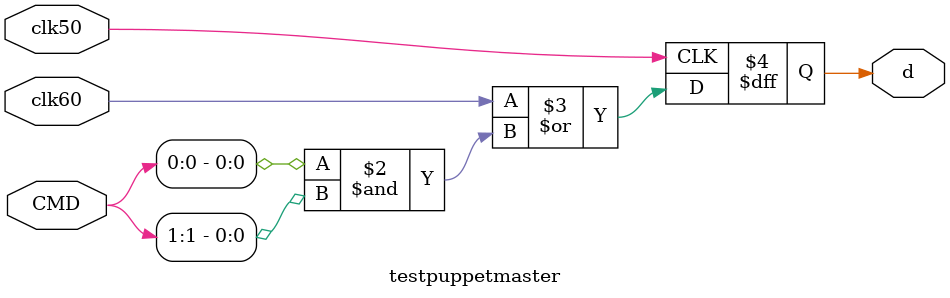
<source format=v>
`timescale 1 ps / 1 ps

module testpuppetmaster(
	input clk50,
	input clk60,
	input [1:0] CMD,
	output reg d
);
	
	always @(posedge clk50) begin
		d <= clk60 | (CMD[0] & CMD[1]);
	end
endmodule

</source>
